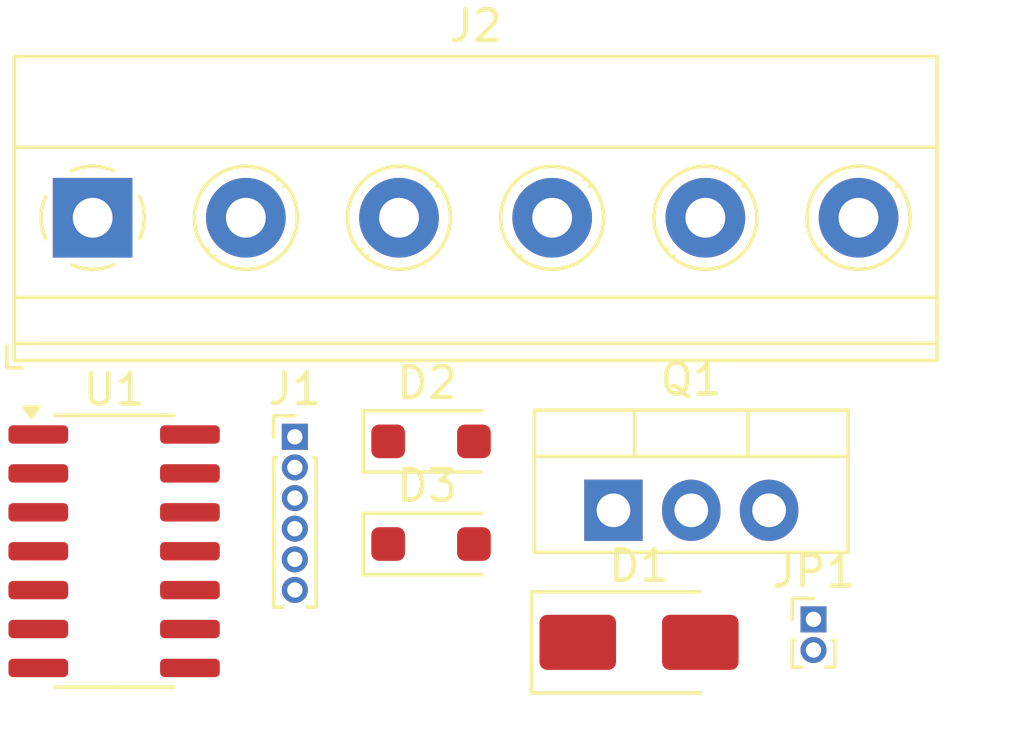
<source format=kicad_pcb>
(kicad_pcb (version 20240108) (generator "pcbnew") (generator_version "8.0")
  (layers (0 "F.Cu" signal) (31 "B.Cu" signal) (34 "B.Paste" user) (35 "F.Paste" user) (36 "B.SilkS" user "B.Silkscreen") (37 "F.SilkS" user "F.Silkscreen") (38 "B.Mask" user) (39 "F.Mask" user) (44 "Edge.Cuts" user))
  (net 0 "")
  (net 1 "Net-(D1-A)")
  (net 2 "Net-(D1-K)")
  (net 3 "Net-(D2-K)")
  (net 4 "Net-(D2-A)")
  (net 5 "Net-(D3-A)")
  (net 6 "Net-(D3-K)")
  (net 7 "/PWM_L")
  (net 8 "VCC")
  (net 9 "GNDS")
  (net 10 "/LIN")
  (net 11 "/PWM_H")
  (net 14 "GNDPWR")
  (net 15 "+HV")
  (net 16 "Net-(J4-Pin_1)")
  (net 18 "Net-(U1-HVG)")
  (net 19 "Net-(U1-HIN)")
  (net 22 "Net-(U1-LVG)")
  (net 23 "Net-(U1-~{LIN})")
  (footprint "Diode_SMD:D_SOD-123F" (layer "F.Cu") (at 108.015 86.69)
    (property "Reference" "D2" (at -0.127 -1.905 0) (layer "F.SilkS"))
    (property "Value" "PMEG3020EH")
    (fp_line (start -2.21 -1) (end -2.21 1) (stroke (width 0.12)) (layer "F.SilkS"))
    (fp_line (start -2.21 -1) (end 1.65 -1) (stroke (width 0.12)) (layer "F.SilkS"))
    (fp_line (start -2.21 1) (end 1.65 1) (stroke (width 0.12)) (layer "F.SilkS"))
    (pad "1" smd roundrect (at -1.4 0) (size 1.1 1.1) (layers "F.Cu" "F.Paste" "F.Mask") (roundrect_rratio 0.2272727273) (net 3 "Net-(D2-K)"))
    (pad "2" smd roundrect (at 1.4 0) (size 1.1 1.1) (layers "F.Cu" "F.Paste" "F.Mask") (roundrect_rratio 0.2272727273) (net 4 "Net-(D2-A)"))
  )
  (footprint "Diode_SMD:D_SOD-123F" (layer "F.Cu") (at 108.015 90.04)
    (property "Reference" "D3" (at -0.127 -1.905 0) (layer "F.SilkS"))
    (property "Value" "PMEG3020EH")
    (fp_line (start -2.21 -1) (end -2.21 1) (stroke (width 0.12)) (layer "F.SilkS"))
    (fp_line (start -2.21 -1) (end 1.65 -1) (stroke (width 0.12)) (layer "F.SilkS"))
    (fp_line (start -2.21 1) (end 1.65 1) (stroke (width 0.12)) (layer "F.SilkS"))
    (pad "1" smd roundrect (at -1.4 0) (size 1.1 1.1) (layers "F.Cu" "F.Paste" "F.Mask") (roundrect_rratio 0.2272727273) (net 6 "Net-(D3-K)"))
    (pad "2" smd roundrect (at 1.4 0) (size 1.1 1.1) (layers "F.Cu" "F.Paste" "F.Mask") (roundrect_rratio 0.2272727273) (net 5 "Net-(D3-A)"))
  )
  (footprint "TerminalBlock_Phoenix:TerminalBlock_Phoenix_MKDS-1,5-6_1x06_P5.00mm_Horizontal" (layer "F.Cu") (at 96.97 79.39)
    (property "Reference" "J2" (at 12.5 -6.26 0) (layer "F.SilkS"))
    (property "Value" "Conn_01x06")
    (fp_line (start -2.8 4.16) (end -2.8 4.9) (stroke (width 0.12)) (layer "F.SilkS"))
    (fp_line (start -2.8 4.9) (end -2.3 4.9) (stroke (width 0.12)) (layer "F.SilkS"))
    (fp_line (start -2.56 -5.261) (end -2.56 4.66) (stroke (width 0.12)) (layer "F.SilkS"))
    (fp_line (start -2.56 -5.261) (end 27.56 -5.261) (stroke (width 0.12)) (layer "F.SilkS"))
    (fp_line (start -2.56 -2.301) (end 27.56 -2.301) (stroke (width 0.12)) (layer "F.SilkS"))
    (fp_line (start -2.56 2.6) (end 27.56 2.6) (stroke (width 0.12)) (layer "F.SilkS"))
    (fp_line (start -2.56 4.1) (end 27.56 4.1) (stroke (width 0.12)) (layer "F.SilkS"))
    (fp_line (start -2.56 4.66) (end 27.56 4.66) (stroke (width 0.12)) (layer "F.SilkS"))
    (fp_line (start 3.773 1.023) (end 3.726 1.069) (stroke (width 0.12)) (layer "F.SilkS"))
    (fp_line (start 3.966 1.239) (end 3.931 1.274) (stroke (width 0.12)) (layer "F.SilkS"))
    (fp_line (start 6.07 -1.275) (end 6.035 -1.239) (stroke (width 0.12)) (layer "F.SilkS"))
    (fp_line (start 6.275 -1.069) (end 6.228 -1.023) (stroke (width 0.12)) (layer "F.SilkS"))
    (fp_line (start 8.773 1.023) (end 8.726 1.069) (stroke (width 0.12)) (layer "F.SilkS"))
    (fp_line (start 8.966 1.239) (end 8.931 1.274) (stroke (width 0.12)) (layer "F.SilkS"))
    (fp_line (start 11.07 -1.275) (end 11.035 -1.239) (stroke (width 0.12)) (layer "F.SilkS"))
    (fp_line (start 11.275 -1.069) (end 11.228 -1.023) (stroke (width 0.12)) (layer "F.SilkS"))
    (fp_line (start 13.773 1.023) (end 13.726 1.069) (stroke (width 0.12)) (layer "F.SilkS"))
    (fp_line (start 13.966 1.239) (end 13.931 1.274) (stroke (width 0.12)) (layer "F.SilkS"))
    (fp_line (start 16.07 -1.275) (end 16.035 -1.239) (stroke (width 0.12)) (layer "F.SilkS"))
    (fp_line (start 16.275 -1.069) (end 16.228 -1.023) (stroke (width 0.12)) (layer "F.SilkS"))
    (fp_line (start 18.773 1.023) (end 18.726 1.069) (stroke (width 0.12)) (layer "F.SilkS"))
    (fp_line (start 18.966 1.239) (end 18.931 1.274) (stroke (width 0.12)) (layer "F.SilkS"))
    (fp_line (start 21.07 -1.275) (end 21.035 -1.239) (stroke (width 0.12)) (layer "F.SilkS"))
    (fp_line (start 21.275 -1.069) (end 21.228 -1.023) (stroke (width 0.12)) (layer "F.SilkS"))
    (fp_line (start 23.773 1.023) (end 23.726 1.069) (stroke (width 0.12)) (layer "F.SilkS"))
    (fp_line (start 23.966 1.239) (end 23.931 1.274) (stroke (width 0.12)) (layer "F.SilkS"))
    (fp_line (start 26.07 -1.275) (end 26.035 -1.239) (stroke (width 0.12)) (layer "F.SilkS"))
    (fp_line (start 26.275 -1.069) (end 26.228 -1.023) (stroke (width 0.12)) (layer "F.SilkS"))
    (fp_line (start 27.56 -5.261) (end 27.56 4.66) (stroke (width 0.12)) (layer "F.SilkS"))
    (fp_arc (start -1.535427 0.683042) (mid -1.680501 -0.000524) (end -1.535 -0.684) (stroke (width 0.12)) (layer "F.SilkS"))
    (fp_arc (start -0.683042 -1.535427) (mid 0.000524 -1.680501) (end 0.684 -1.535) (stroke (width 0.12)) (layer "F.SilkS"))
    (fp_arc (start 0.028805 1.680253) (mid -0.335551 1.646659) (end -0.684 1.535) (stroke (width 0.12)) (layer "F.SilkS"))
    (fp_arc (start 0.683318 1.534756) (mid 0.349292 1.643288) (end 0 1.68) (stroke (width 0.12)) (layer "F.SilkS"))
    (fp_arc (start 1.535427 -0.683042) (mid 1.680501 0.000524) (end 1.535 0.684) (stroke (width 0.12)) (layer "F.SilkS"))
    (fp_circle (center 5 0) (end 6.68 0) (stroke (width 0.12)) (fill none) (layer "F.SilkS"))
    (fp_circle (center 10 0) (end 11.68 0) (stroke (width 0.12)) (fill none) (layer "F.SilkS"))
    (fp_circle (center 15 0) (end 16.68 0) (stroke (width 0.12)) (fill none) (layer "F.SilkS"))
    (fp_circle (center 20 0) (end 21.68 0) (stroke (width 0.12)) (fill none) (layer "F.SilkS"))
    (fp_circle (center 25 0) (end 26.68 0) (stroke (width 0.12)) (fill none) (layer "F.SilkS"))
    (pad "1" thru_hole rect (at 0 0) (size 2.6 2.6) (drill 1.3) (layers "*.Cu" "*.Mask") (net 9 "GNDS"))
    (pad "2" thru_hole circle (at 5 0) (size 2.6 2.6) (drill 1.3) (layers "*.Cu" "*.Mask") (net 8 "VCC"))
    (pad "3" thru_hole circle (at 10 0) (size 2.6 2.6) (drill 1.3) (layers "*.Cu" "*.Mask") (net 7 "/PWM_L"))
    (pad "4" thru_hole circle (at 15 0) (size 2.6 2.6) (drill 1.3) (layers "*.Cu" "*.Mask"))
    (pad "5" thru_hole circle (at 20 0) (size 2.6 2.6) (drill 1.3) (layers "*.Cu" "*.Mask") (net 10 "/LIN"))
    (pad "6" thru_hole circle (at 25 0) (size 2.6 2.6) (drill 1.3) (layers "*.Cu" "*.Mask") (net 11 "/PWM_H"))
  )
  (footprint "Connector_PinHeader_1.00mm:PinHeader_1x02_P1.00mm_Vertical" (layer "F.Cu") (at 120.5 92.5)
    (property "Reference" "JP1" (at 0 -1.56 0) (layer "F.SilkS"))
    (property "Value" "Jumper_2_Bridged")
    (fp_line (start -0.695 -0.685) (end 0 -0.685) (stroke (width 0.12)) (layer "F.SilkS"))
    (fp_line (start -0.695 0) (end -0.695 -0.685) (stroke (width 0.12)) (layer "F.SilkS"))
    (fp_line (start -0.695 0.685) (end -0.695 1.56) (stroke (width 0.12)) (layer "F.SilkS"))
    (fp_line (start -0.695 0.685) (end -0.608276 0.685) (stroke (width 0.12)) (layer "F.SilkS"))
    (fp_line (start -0.695 1.56) (end -0.394493 1.56) (stroke (width 0.12)) (layer "F.SilkS"))
    (fp_line (start 0.394493 1.56) (end 0.695 1.56) (stroke (width 0.12)) (layer "F.SilkS"))
    (fp_line (start 0.608276 0.685) (end 0.695 0.685) (stroke (width 0.12)) (layer "F.SilkS"))
    (fp_line (start 0.695 0.685) (end 0.695 1.56) (stroke (width 0.12)) (layer "F.SilkS"))
    (pad "1" thru_hole rect (at 0 0) (size 0.85 0.85) (drill 0.5) (layers "*.Cu" "*.Mask") (net 9 "GNDS"))
    (pad "2" thru_hole oval (at 0 1) (size 0.85 0.85) (drill 0.5) (layers "*.Cu" "*.Mask") (net 14 "GNDPWR"))
  )
  (footprint "Connector_PinHeader_1.00mm:PinHeader_1x06_P1.00mm_Vertical" (layer "F.Cu") (at 103.57 86.54)
    (property "Reference" "J1" (at 0 -1.56 0) (layer "F.SilkS"))
    (property "Value" "Conn_01x06")
    (fp_line (start -0.695 -0.685) (end 0 -0.685) (stroke (width 0.12)) (layer "F.SilkS"))
    (fp_line (start -0.695 0) (end -0.695 -0.685) (stroke (width 0.12)) (layer "F.SilkS"))
    (fp_line (start -0.695 0.685) (end -0.695 5.56) (stroke (width 0.12)) (layer "F.SilkS"))
    (fp_line (start -0.695 0.685) (end -0.608276 0.685) (stroke (width 0.12)) (layer "F.SilkS"))
    (fp_line (start -0.695 5.56) (end -0.394493 5.56) (stroke (width 0.12)) (layer "F.SilkS"))
    (fp_line (start 0.394493 5.56) (end 0.695 5.56) (stroke (width 0.12)) (layer "F.SilkS"))
    (fp_line (start 0.608276 0.685) (end 0.695 0.685) (stroke (width 0.12)) (layer "F.SilkS"))
    (fp_line (start 0.695 0.685) (end 0.695 5.56) (stroke (width 0.12)) (layer "F.SilkS"))
    (pad "1" thru_hole rect (at 0 0) (size 0.85 0.85) (drill 0.5) (layers "*.Cu" "*.Mask") (net 9 "GNDS"))
    (pad "2" thru_hole oval (at 0 1) (size 0.85 0.85) (drill 0.5) (layers "*.Cu" "*.Mask") (net 8 "VCC"))
    (pad "3" thru_hole oval (at 0 2) (size 0.85 0.85) (drill 0.5) (layers "*.Cu" "*.Mask") (net 7 "/PWM_L"))
    (pad "4" thru_hole oval (at 0 3) (size 0.85 0.85) (drill 0.5) (layers "*.Cu" "*.Mask"))
    (pad "5" thru_hole oval (at 0 4) (size 0.85 0.85) (drill 0.5) (layers "*.Cu" "*.Mask") (net 10 "/LIN"))
    (pad "6" thru_hole oval (at 0 5) (size 0.85 0.85) (drill 0.5) (layers "*.Cu" "*.Mask") (net 11 "/PWM_H"))
  )
  (footprint "Package_TO_SOT_THT:TO-220-3_Vertical" (layer "F.Cu") (at 113.97 88.94)
    (property "Reference" "Q1" (at 2.54 -4.27 0) (layer "F.SilkS"))
    (property "Value" "STGP7NC60HD")
    (fp_line (start -2.58 -3.27) (end -2.58 1.371) (stroke (width 0.12)) (layer "F.SilkS"))
    (fp_line (start -2.58 -3.27) (end 7.66 -3.27) (stroke (width 0.12)) (layer "F.SilkS"))
    (fp_line (start -2.58 -1.76) (end 7.66 -1.76) (stroke (width 0.12)) (layer "F.SilkS"))
    (fp_line (start -2.58 1.371) (end 7.66 1.371) (stroke (width 0.12)) (layer "F.SilkS"))
    (fp_line (start 0.69 -3.27) (end 0.69 -1.76) (stroke (width 0.12)) (layer "F.SilkS"))
    (fp_line (start 4.391 -3.27) (end 4.391 -1.76) (stroke (width 0.12)) (layer "F.SilkS"))
    (fp_line (start 7.66 -3.27) (end 7.66 1.371) (stroke (width 0.12)) (layer "F.SilkS"))
    (pad "1" thru_hole rect (at 0 0) (size 1.905 2) (drill 1.1) (layers "*.Cu" "*.Mask") (net 4 "Net-(D2-A)"))
    (pad "2" thru_hole oval (at 2.54 0) (size 1.905 2) (drill 1.1) (layers "*.Cu" "*.Mask") (net 15 "+HV"))
    (pad "3" thru_hole oval (at 5.08 0) (size 1.905 2) (drill 1.1) (layers "*.Cu" "*.Mask") (net 16 "Net-(J4-Pin_1)"))
  )
  (footprint "Diode_SMD:D_SMA" (layer "F.Cu") (at 114.805 93.25)
    (property "Reference" "D1" (at 0 -2.5 0) (layer "F.SilkS"))
    (property "Value" "US1J")
    (fp_line (start -3.51 -1.65) (end -3.51 1.65) (stroke (width 0.12)) (layer "F.SilkS"))
    (fp_line (start -3.51 -1.65) (end 2 -1.65) (stroke (width 0.12)) (layer "F.SilkS"))
    (fp_line (start -3.51 1.65) (end 2 1.65) (stroke (width 0.12)) (layer "F.SilkS"))
    (pad "1" smd roundrect (at -2 0) (size 2.5 1.8) (layers "F.Cu" "F.Paste" "F.Mask") (roundrect_rratio 0.1388888889) (net 2 "Net-(D1-K)"))
    (pad "2" smd roundrect (at 2 0) (size 2.5 1.8) (layers "F.Cu" "F.Paste" "F.Mask") (roundrect_rratio 0.1388888889) (net 1 "Net-(D1-A)"))
  )
  (footprint "Package_SO:SO-14_3.9x8.65mm_P1.27mm" (layer "F.Cu") (at 97.67 90.275)
    (property "Reference" "U1" (at 0 -5.28 0) (layer "F.SilkS"))
    (property "Value" "L6491")
    (fp_line (start 0 -4.435) (end -1.95 -4.435) (stroke (width 0.12)) (layer "F.SilkS"))
    (fp_line (start 0 -4.435) (end 1.95 -4.435) (stroke (width 0.12)) (layer "F.SilkS"))
    (fp_line (start 0 4.435) (end -1.95 4.435) (stroke (width 0.12)) (layer "F.SilkS"))
    (fp_line (start 0 4.435) (end 1.95 4.435) (stroke (width 0.12)) (layer "F.SilkS"))
    (fp_poly (pts (xy -2.7 -4.37) (xy -2.94 -4.7) (xy -2.46 -4.7) (xy -2.7 -4.37)) (stroke (width 0.12)) (fill solid) (layer "F.SilkS"))
    (pad "1" smd roundrect (at -2.475 -3.81) (size 1.95 0.6) (layers "F.Cu" "F.Paste" "F.Mask") (net 23 "Net-(U1-~{LIN})"))
    (pad "2" smd roundrect (at -2.475 -2.54) (size 1.95 0.6) (layers "F.Cu" "F.Paste" "F.Mask"))
    (pad "3" smd roundrect (at -2.475 -1.27) (size 1.95 0.6) (layers "F.Cu" "F.Paste" "F.Mask") (net 19 "Net-(U1-HIN)"))
    (pad "4" smd roundrect (at -2.475 0) (size 1.95 0.6) (layers "F.Cu" "F.Paste" "F.Mask") (net 8 "VCC"))
    (pad "5" smd roundrect (at -2.475 1.27) (size 1.95 0.6) (layers "F.Cu" "F.Paste" "F.Mask"))
    (pad "6" smd roundrect (at -2.475 2.54) (size 1.95 0.6) (layers "F.Cu" "F.Paste" "F.Mask") (net 9 "GNDS"))
    (pad "7" smd roundrect (at -2.475 3.81) (size 1.95 0.6) (layers "F.Cu" "F.Paste" "F.Mask") (net 14 "GNDPWR"))
    (pad "8" smd roundrect (at 2.475 3.81) (size 1.95 0.6) (layers "F.Cu" "F.Paste" "F.Mask") (net 22 "Net-(U1-LVG)"))
    (pad "9" smd roundrect (at 2.475 2.54) (size 1.95 0.6) (layers "F.Cu" "F.Paste" "F.Mask"))
    (pad "10" smd roundrect (at 2.475 1.27) (size 1.95 0.6) (layers "F.Cu" "F.Paste" "F.Mask"))
    (pad "11" smd roundrect (at 2.475 0) (size 1.95 0.6) (layers "F.Cu" "F.Paste" "F.Mask"))
    (pad "12" smd roundrect (at 2.475 -1.27) (size 1.95 0.6) (layers "F.Cu" "F.Paste" "F.Mask") (net 16 "Net-(J4-Pin_1)"))
    (pad "13" smd roundrect (at 2.475 -2.54) (size 1.95 0.6) (layers "F.Cu" "F.Paste" "F.Mask") (net 18 "Net-(U1-HVG)"))
    (pad "14" smd roundrect (at 2.475 -3.81) (size 1.95 0.6) (layers "F.Cu" "F.Paste" "F.Mask") (net 2 "Net-(D1-K)"))
  )
)
</source>
